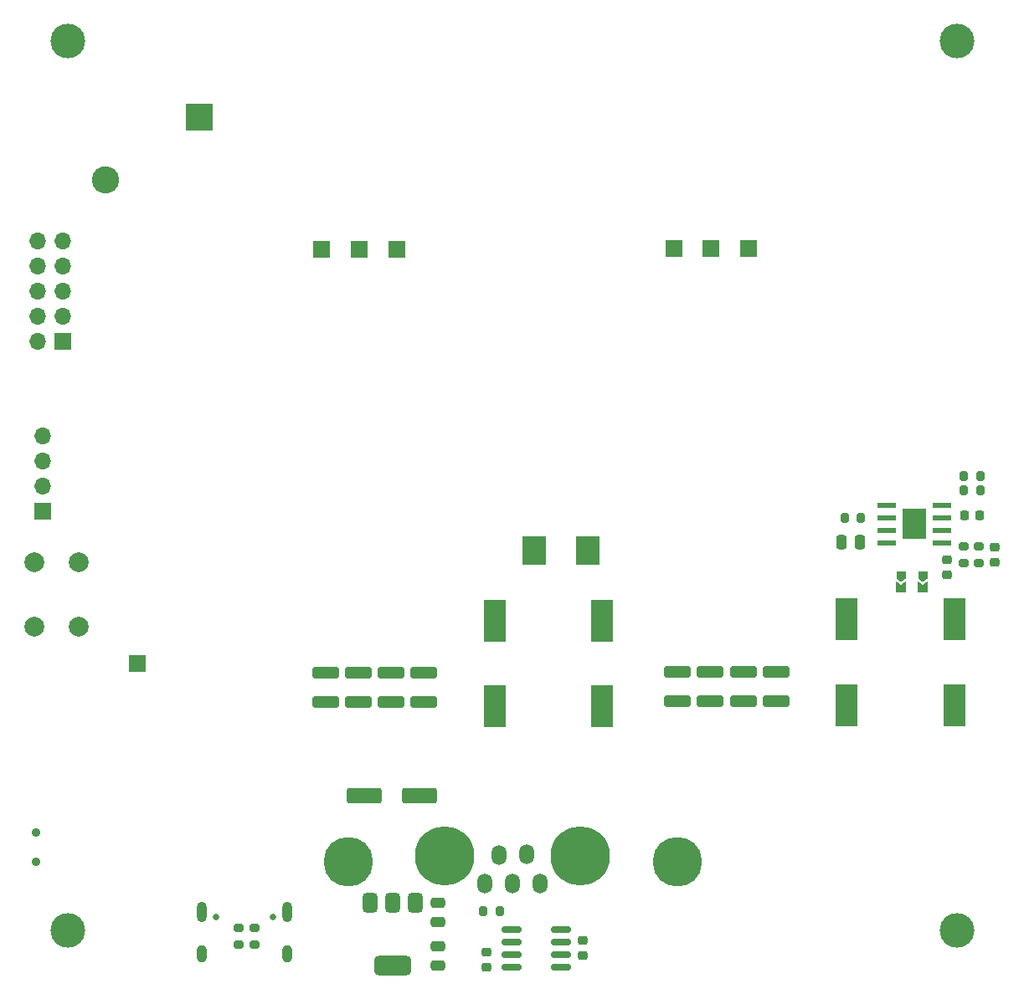
<source format=gbr>
%TF.GenerationSoftware,KiCad,Pcbnew,8.0.4*%
%TF.CreationDate,2025-01-13T22:40:44-07:00*%
%TF.ProjectId,Battery-Board,42617474-6572-4792-9d42-6f6172642e6b,rev?*%
%TF.SameCoordinates,Original*%
%TF.FileFunction,Soldermask,Bot*%
%TF.FilePolarity,Negative*%
%FSLAX46Y46*%
G04 Gerber Fmt 4.6, Leading zero omitted, Abs format (unit mm)*
G04 Created by KiCad (PCBNEW 8.0.4) date 2025-01-13 22:40:44*
%MOMM*%
%LPD*%
G01*
G04 APERTURE LIST*
G04 Aperture macros list*
%AMRoundRect*
0 Rectangle with rounded corners*
0 $1 Rounding radius*
0 $2 $3 $4 $5 $6 $7 $8 $9 X,Y pos of 4 corners*
0 Add a 4 corners polygon primitive as box body*
4,1,4,$2,$3,$4,$5,$6,$7,$8,$9,$2,$3,0*
0 Add four circle primitives for the rounded corners*
1,1,$1+$1,$2,$3*
1,1,$1+$1,$4,$5*
1,1,$1+$1,$6,$7*
1,1,$1+$1,$8,$9*
0 Add four rect primitives between the rounded corners*
20,1,$1+$1,$2,$3,$4,$5,0*
20,1,$1+$1,$4,$5,$6,$7,0*
20,1,$1+$1,$6,$7,$8,$9,0*
20,1,$1+$1,$8,$9,$2,$3,0*%
%AMFreePoly0*
4,1,6,0.830000,0.000000,0.470000,-0.460000,-0.280000,-0.460000,-0.280000,0.470000,0.470000,0.470000,0.830000,0.000000,0.830000,0.000000,$1*%
%AMFreePoly1*
4,1,6,0.620000,-0.470000,-0.520000,-0.470000,-0.150000,0.000000,-0.520000,0.470000,0.620000,0.470000,0.620000,-0.470000,0.620000,-0.470000,$1*%
G04 Aperture macros list end*
%ADD10R,1.700000X1.700000*%
%ADD11C,0.650000*%
%ADD12O,1.000000X2.100000*%
%ADD13O,1.000000X1.800000*%
%ADD14C,3.500000*%
%ADD15O,1.700000X1.700000*%
%ADD16C,2.000000*%
%ADD17O,1.500000X2.000000*%
%ADD18C,6.000000*%
%ADD19C,5.000000*%
%ADD20C,0.900000*%
%ADD21RoundRect,0.102000X-1.275000X1.275000X-1.275000X-1.275000X1.275000X-1.275000X1.275000X1.275000X0*%
%ADD22C,2.754000*%
%ADD23RoundRect,0.250000X1.500000X0.550000X-1.500000X0.550000X-1.500000X-0.550000X1.500000X-0.550000X0*%
%ADD24RoundRect,0.250000X-1.100000X0.325000X-1.100000X-0.325000X1.100000X-0.325000X1.100000X0.325000X0*%
%ADD25RoundRect,0.225000X-0.250000X0.225000X-0.250000X-0.225000X0.250000X-0.225000X0.250000X0.225000X0*%
%ADD26RoundRect,0.102000X1.000000X-2.050000X1.000000X2.050000X-1.000000X2.050000X-1.000000X-2.050000X0*%
%ADD27R,2.475000X3.000000*%
%ADD28RoundRect,0.200000X0.200000X0.275000X-0.200000X0.275000X-0.200000X-0.275000X0.200000X-0.275000X0*%
%ADD29RoundRect,0.375000X-0.375000X0.625000X-0.375000X-0.625000X0.375000X-0.625000X0.375000X0.625000X0*%
%ADD30RoundRect,0.500000X-1.400000X0.500000X-1.400000X-0.500000X1.400000X-0.500000X1.400000X0.500000X0*%
%ADD31R,1.910000X0.610000*%
%ADD32R,1.205000X1.550000*%
%ADD33FreePoly0,270.000000*%
%ADD34FreePoly1,270.000000*%
%ADD35RoundRect,0.250000X-0.475000X0.250000X-0.475000X-0.250000X0.475000X-0.250000X0.475000X0.250000X0*%
%ADD36RoundRect,0.200000X0.275000X-0.200000X0.275000X0.200000X-0.275000X0.200000X-0.275000X-0.200000X0*%
%ADD37RoundRect,0.218750X0.256250X-0.218750X0.256250X0.218750X-0.256250X0.218750X-0.256250X-0.218750X0*%
%ADD38RoundRect,0.250000X0.250000X0.475000X-0.250000X0.475000X-0.250000X-0.475000X0.250000X-0.475000X0*%
%ADD39RoundRect,0.150000X0.825000X0.150000X-0.825000X0.150000X-0.825000X-0.150000X0.825000X-0.150000X0*%
%ADD40RoundRect,0.250000X0.475000X-0.250000X0.475000X0.250000X-0.475000X0.250000X-0.475000X-0.250000X0*%
%ADD41RoundRect,0.200000X-0.275000X0.200000X-0.275000X-0.200000X0.275000X-0.200000X0.275000X0.200000X0*%
%ADD42RoundRect,0.225000X-0.225000X-0.250000X0.225000X-0.250000X0.225000X0.250000X-0.225000X0.250000X0*%
%ADD43RoundRect,0.200000X-0.200000X-0.275000X0.200000X-0.275000X0.200000X0.275000X-0.200000X0.275000X0*%
G04 APERTURE END LIST*
D10*
%TO.C,TP1*%
X166600000Y-75600000D03*
%TD*%
D11*
%TO.C,J2*%
X112710000Y-143295000D03*
X118490000Y-143295000D03*
D12*
X111280000Y-142795000D03*
D13*
X111280000Y-146975000D03*
D12*
X119920000Y-142795000D03*
D13*
X119920000Y-146975000D03*
%TD*%
D14*
%TO.C,H1*%
X187700000Y-144575000D03*
%TD*%
%TO.C,H2*%
X97700000Y-144575000D03*
%TD*%
%TO.C,H4*%
X97700000Y-54575000D03*
%TD*%
%TO.C,H3*%
X187700000Y-54600000D03*
%TD*%
D10*
%TO.C,J4*%
X162800000Y-75600000D03*
%TD*%
%TO.C,J3*%
X97270000Y-85020000D03*
D15*
X94730000Y-85020000D03*
X97270000Y-82480000D03*
X94730000Y-82480000D03*
X97270000Y-79940000D03*
X94730000Y-79940000D03*
X97270000Y-77400000D03*
X94730000Y-77400000D03*
X97270000Y-74860000D03*
X94730000Y-74860000D03*
%TD*%
D10*
%TO.C,TP3*%
X104800000Y-117600000D03*
%TD*%
D16*
%TO.C,SW1*%
X94350000Y-113850000D03*
X94350000Y-107350000D03*
X98850000Y-113850000D03*
X98850000Y-107350000D03*
%TD*%
D17*
%TO.C,J6*%
X144097000Y-136949000D03*
X141327000Y-137004000D03*
X145482000Y-139844000D03*
X142712000Y-139844000D03*
X139942000Y-139844000D03*
D18*
X149560000Y-137044000D03*
X135840000Y-137044000D03*
D19*
X159377000Y-137644000D03*
X126077000Y-137644000D03*
%TD*%
D10*
%TO.C,J9*%
X123400000Y-75700000D03*
%TD*%
%TO.C,J8*%
X159000000Y-75600000D03*
%TD*%
%TO.C,J5*%
X127200000Y-75700000D03*
%TD*%
D20*
%TO.C,SW2*%
X94545000Y-134700000D03*
X94545000Y-137700000D03*
%TD*%
D10*
%TO.C,TP2*%
X131000000Y-75700000D03*
%TD*%
%TO.C,J1*%
X95190000Y-102220000D03*
D15*
X95190000Y-99680000D03*
X95190000Y-97140000D03*
X95190000Y-94600000D03*
%TD*%
D21*
%TO.C,J7*%
X111062500Y-62350000D03*
D22*
X101562500Y-68700000D03*
%TD*%
D23*
%TO.C,C89*%
X133300000Y-131000000D03*
X127700000Y-131000000D03*
%TD*%
D24*
%TO.C,C30*%
X166035712Y-118470000D03*
X166035712Y-121420000D03*
%TD*%
D25*
%TO.C,C94*%
X186600000Y-107100000D03*
X186600000Y-108650000D03*
%TD*%
D26*
%TO.C,C77*%
X140900000Y-121950000D03*
X140900000Y-113250000D03*
%TD*%
D27*
%TO.C,JP2*%
X150287500Y-106200000D03*
X144912500Y-106200000D03*
%TD*%
D26*
%TO.C,C81*%
X151800000Y-121950000D03*
X151800000Y-113250000D03*
%TD*%
D28*
%TO.C,R50*%
X190025000Y-98600000D03*
X188375000Y-98600000D03*
%TD*%
D24*
%TO.C,C62*%
X127114284Y-118570000D03*
X127114284Y-121520000D03*
%TD*%
D29*
%TO.C,U4*%
X128300000Y-141850000D03*
X130600000Y-141850000D03*
D30*
X130600000Y-148150000D03*
D29*
X132900000Y-141850000D03*
%TD*%
D31*
%TO.C,U18*%
X186100000Y-101590000D03*
X186100000Y-102860000D03*
X186100000Y-104130000D03*
X186100000Y-105400000D03*
X180540000Y-105400000D03*
X180540000Y-104130000D03*
X180540000Y-102860000D03*
X180540000Y-101590000D03*
D32*
X183922500Y-104270000D03*
X183922500Y-102720000D03*
X182717500Y-104270000D03*
X182717500Y-102720000D03*
%TD*%
D33*
%TO.C,JP3*%
X182020000Y-108520000D03*
D34*
X182020000Y-109840000D03*
%TD*%
D24*
%TO.C,C67*%
X133757140Y-118570000D03*
X133757140Y-121520000D03*
%TD*%
D35*
%TO.C,C87*%
X135200000Y-141850000D03*
X135200000Y-143750000D03*
%TD*%
D36*
%TO.C,R6*%
X115000000Y-146025000D03*
X115000000Y-144375000D03*
%TD*%
%TO.C,R5*%
X116600000Y-146025000D03*
X116600000Y-144375000D03*
%TD*%
D24*
%TO.C,C32*%
X169357140Y-118470000D03*
X169357140Y-121420000D03*
%TD*%
D26*
%TO.C,C46*%
X187400000Y-121850000D03*
X187400000Y-113150000D03*
%TD*%
%TO.C,C42*%
X176500000Y-121850000D03*
X176500000Y-113150000D03*
%TD*%
D25*
%TO.C,C14*%
X140100000Y-146825000D03*
X140100000Y-148375000D03*
%TD*%
D36*
%TO.C,R49*%
X188300000Y-107425000D03*
X188300000Y-105775000D03*
%TD*%
D37*
%TO.C,D18*%
X191500000Y-107387500D03*
X191500000Y-105812500D03*
%TD*%
D33*
%TO.C,JP5*%
X184170000Y-108520000D03*
D34*
X184170000Y-109840000D03*
%TD*%
D38*
%TO.C,C52*%
X177850000Y-105300000D03*
X175950000Y-105300000D03*
%TD*%
D24*
%TO.C,C23*%
X159392852Y-118470000D03*
X159392852Y-121420000D03*
%TD*%
%TO.C,C58*%
X123792852Y-118570000D03*
X123792852Y-121520000D03*
%TD*%
D28*
%TO.C,R53*%
X177925000Y-102870000D03*
X176275000Y-102870000D03*
%TD*%
D39*
%TO.C,U6*%
X147575000Y-144495000D03*
X147575000Y-145765000D03*
X147575000Y-147035000D03*
X147575000Y-148305000D03*
X142625000Y-148305000D03*
X142625000Y-147035000D03*
X142625000Y-145765000D03*
X142625000Y-144495000D03*
%TD*%
D28*
%TO.C,R4*%
X141425000Y-142700000D03*
X139775000Y-142700000D03*
%TD*%
D40*
%TO.C,C88*%
X135200000Y-148150000D03*
X135200000Y-146250000D03*
%TD*%
D24*
%TO.C,C65*%
X130435712Y-118570000D03*
X130435712Y-121520000D03*
%TD*%
D41*
%TO.C,R48*%
X189900000Y-105775000D03*
X189900000Y-107425000D03*
%TD*%
D42*
%TO.C,C95*%
X188425000Y-102600000D03*
X189975000Y-102600000D03*
%TD*%
D24*
%TO.C,C27*%
X162714284Y-118470000D03*
X162714284Y-121420000D03*
%TD*%
D43*
%TO.C,R51*%
X188375000Y-100100000D03*
X190025000Y-100100000D03*
%TD*%
D25*
%TO.C,C11*%
X149800000Y-145625000D03*
X149800000Y-147175000D03*
%TD*%
M02*

</source>
